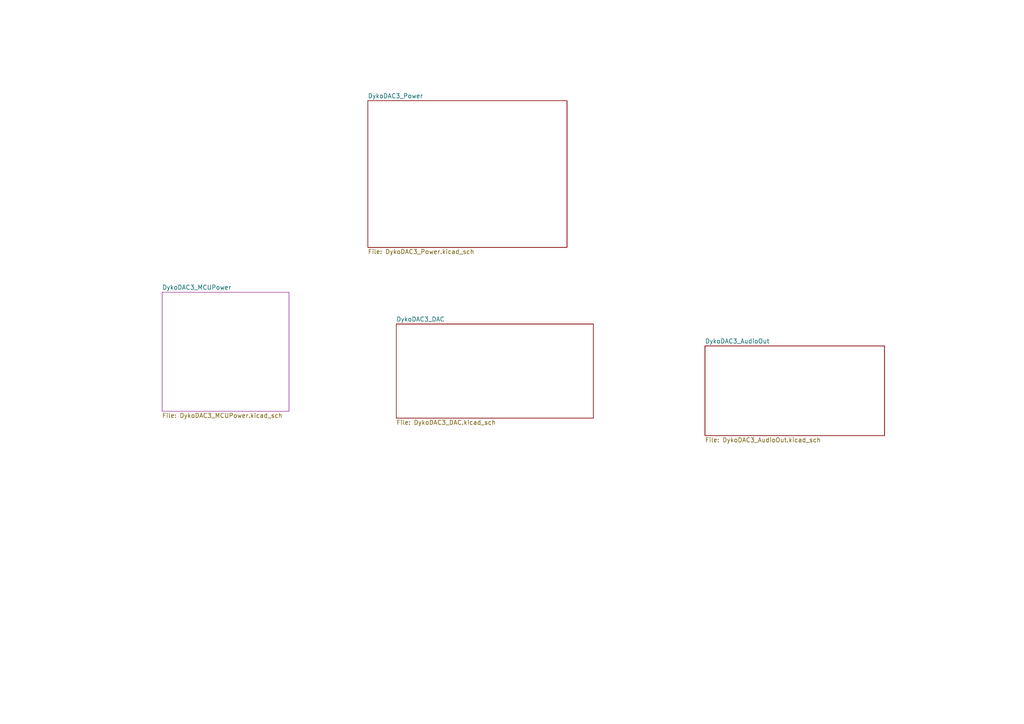
<source format=kicad_sch>
(kicad_sch (version 20210126) (generator eeschema)
  (paper "A4")
  (lib_symbols)
  (sheet (at 204.47 100.33) (size 52.07 26.035)
    (property "Sheet name" "DykoDAC3_AudioOut" (at 204.47 99.6945 0) (effects (justify left bottom)))
    (property "Sheet file" "DykoDAC3_AudioOut.kicad_sch" (at 204.47 126.8735 0) (effects (justify left top)))
  )
  (sheet (at 114.935 93.98) (size 57.15 27.305)
    (property "Sheet name" "DykoDAC3_DAC" (at 114.935 93.3445 0) (effects (justify left bottom)))
    (property "Sheet file" "DykoDAC3_DAC.kicad_sch" (at 114.935 121.7935 0) (effects (justify left top)))
  )
  (sheet (at 47.0154 84.7344) (size 36.8046 34.544) (stroke (width 0.0006) (color 132 0 132 1)) (fill (color 255 255 255 0.0000))
    (property "Sheet name" "DykoDAC3_MCUPower" (at 47.0154 84.0987 0) (effects (justify left bottom)))
    (property "Sheet file" "DykoDAC3_MCUPower.kicad_sch" (at 47.0154 119.7871 0) (effects (justify left top)))
  )
  (sheet (at 106.68 29.21) (size 57.785 42.545)
    (property "Sheet name" "DykoDAC3_Power" (at 106.68 28.5745 0) (effects (justify left bottom)))
    (property "Sheet file" "DykoDAC3_Power.kicad_sch" (at 106.68 72.2635 0) (effects (justify left top)))
  )
)
</source>
